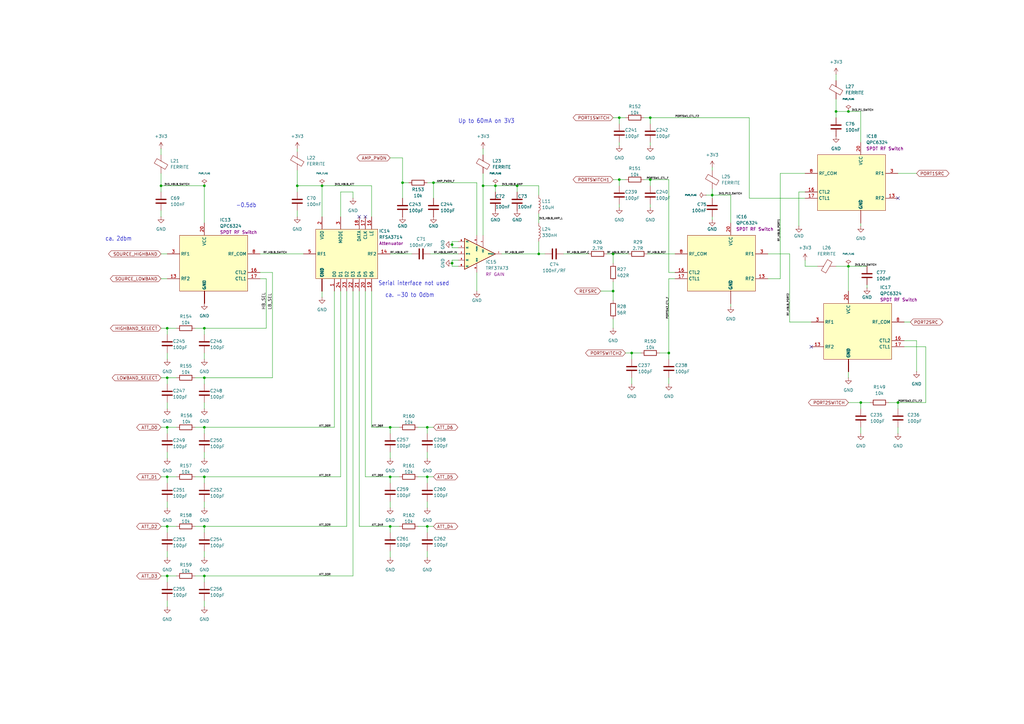
<source format=kicad_sch>
(kicad_sch (version 20231120) (generator "eeschema") (generator_version "8.0")
  (paper "A3")
  (title_block (title "Attenuator/Amplifier/Switches") (company "LibreVNA"))
  (lib_symbols
    (symbol "Device:C" (pin_numbers hide) (pin_names (offset 0.254))
      (property "Reference" "C" (at 0.635 2.54 0))
      (property "Value" "C" (at 0.635 -2.54 0))
      (symbol "C_1_1"
        (pin passive line (at 0 3.81 270) (length 2.794) (name "~") (number "1"))
        (pin passive line (at 0 -3.81 90) (length 2.794) (name "~") (number "2"))
      )
    )
    (symbol "Device:FerriteBead" (pin_numbers hide) (pin_names (offset 0))
      (property "Reference" "FB" (at -3.81 0.635 90))
      (property "Value" "FerriteBead" (at 3.81 0 90))
      (symbol "FerriteBead_1_1"
        (pin passive line (at 0 3.81 270) (length 2.54) (name "~") (number "1"))
        (pin passive line (at 0 -3.81 90) (length 2.54) (name "~") (number "2"))
      )
    )
    (symbol "Device:L" (pin_numbers hide) (pin_names (offset 1.016) hide)
      (property "Reference" "L" (at -1.27 0 90))
      (property "Value" "L" (at 1.905 0 90))
      (symbol "L_1_1"
        (pin passive line (at 0 3.81 270) (length 1.27) (name "1") (number "1"))
        (pin passive line (at 0 -3.81 90) (length 1.27) (name "2") (number "2"))
      )
    )
    (symbol "Device:R" (pin_numbers hide) (pin_names (offset 0))
      (property "Reference" "R" (at 2.032 0 90))
      (property "Value" "R" (at 0 0 90))
      (symbol "R_1_1"
        (pin passive line (at 0 3.81 270) (length 1.27) (name "~") (number "1"))
        (pin passive line (at 0 -3.81 90) (length 1.27) (name "~") (number "2"))
      )
    )
    (symbol "RF_Amplifier:TRF37A73"
      (property "Reference" "IC15" (at -10.668 10.668 0))
      (property "Value" "TRF37A73" (at -8.382 8.636 0))
      (symbol "TRF37A73_1_1"
        (pin power_in line (at 2.54 7.62 270) (length 5.08) (name "VCC") (number "1"))
        (pin input line (at -7.62 0 0) (length 2.54) (name "RFIN") (number "2"))
        (pin passive line (at -7.62 -2.54 0) (length 2.54) (name "NC") (number "3"))
        (pin passive line (at -7.62 2.54 0) (length 2.54) (name "NC") (number "4"))
        (pin passive line (at 0 7.62 270) (length 3.81) (name "PWDN") (number "5"))
        (pin passive line (at -7.62 5.08 0) (length 2.54) (name "NC") (number "6"))
        (pin output line (at 10.16 0 180) (length 2.54) (name "RFOUT") (number "7"))
        (pin passive line (at -7.62 -5.08 0) (length 2.54) (name "NC") (number "8"))
        (pin power_in line (at 0 -7.62 90) (length 3.81) (name "GND") (number "9"))
      )
    )
    (symbol "VNA:C-EU?{colon}2C0402"
      (property "Reference" "C" (at 1.524 0.381 0))
      (symbol "C-EU?{colon}2C0402_1_0"
        (pin passive line (at 0 2.54 270) (length 2.54) (name "1") (number "1"))
        (pin passive line (at 0 -5.08 90) (length 2.54) (name "2") (number "2"))
      )
    )
    (symbol "VNA:FERRITE"
      (property "Reference" "L" (at -1.4986 -3.81 90))
      (symbol "FERRITE_1_0"
        (pin passive line (at 0 5.08 270) (length 2.54) (name "1") (number "1"))
        (pin passive line (at 0 -5.08 90) (length 2.54) (name "2") (number "2"))
      )
    )
    (symbol "VNA:INDUCTOR"
      (property "Reference" "L" (at -1.4986 -3.81 90))
      (symbol "INDUCTOR_1_0"
        (pin passive line (at 0 5.08 270) (length 2.54) (name "1") (number "1"))
        (pin passive line (at 0 -5.08 90) (length 2.54) (name "2") (number "2"))
      )
    )
    (symbol "VNA:INDUCTOR0402"
      (property "Reference" "L" (at -1.4986 -3.81 90))
      (symbol "INDUCTOR0402_1_0"
        (pin passive line (at 0 5.08 270) (length 2.54) (name "1") (number "1"))
        (pin passive line (at 0 -5.08 90) (length 2.54) (name "2") (number "2"))
      )
    )
    (symbol "VNA:QPC6324"
      (property "Reference" "IC" (at -17.78 -15.24 0))
      (property "Value" "QPC6324" (at 2.54 -15.24 0))
      (symbol "QPC6324_1_0"
        (pin power_in line (at 0 -17.78 90) (length 5.08) (name "GND") (number "1"))
        (pin passive line (at 0 -17.78 90) (length 5.08) (name "GND") (number "10"))
        (pin passive line (at 0 -17.78 90) (length 5.08) (name "GND") (number "11"))
        (pin passive line (at 0 -17.78 90) (length 5.08) (name "GND") (number "12"))
        (pin bidirectional line (at 15.24 -7.62 180) (length 5.08) (name "RF2") (number "13"))
        (pin passive line (at 0 -17.78 90) (length 5.08) (name "GND") (number "14"))
        (pin passive line (at 0 -17.78 90) (length 5.08) (name "GND") (number "15"))
        (pin input line (at -22.86 -5.08 0) (length 5.08) (name "CTL2") (number "16"))
        (pin input line (at -22.86 -7.62 0) (length 5.08) (name "CTL1") (number "17"))
        (pin passive line (at 0 -17.78 90) (length 5.08) (name "GND") (number "18"))
        (pin passive line (at 0 -17.78 90) (length 5.08) (name "GND") (number "19"))
        (pin passive line (at 0 -17.78 90) (length 5.08) (name "GND") (number "2"))
        (pin power_in line (at 0 15.24 270) (length 5.08) (name "VCC") (number "20"))
        (pin passive line (at 0 -17.78 90) (length 5.08) (name "GND") (number "21"))
        (pin bidirectional line (at 15.24 2.54 180) (length 5.08) (name "RF1") (number "3"))
        (pin passive line (at 0 -17.78 90) (length 5.08) (name "GND") (number "4"))
        (pin passive line (at 0 -17.78 90) (length 5.08) (name "GND") (number "5"))
        (pin passive line (at 0 -17.78 90) (length 5.08) (name "GND") (number "6"))
        (pin passive line (at 0 -17.78 90) (length 5.08) (name "GND") (number "7"))
        (pin bidirectional line (at -22.86 2.54 0) (length 5.08) (name "RF_COM") (number "8"))
        (pin passive line (at 0 -17.78 90) (length 5.08) (name "GND") (number "9"))
      )
    )
    (symbol "VNA:R-EU_R0402"
      (property "Reference" "R" (at -3.81 1.4986 0))
      (symbol "R-EU_R0402_1_0"
        (pin passive line (at -5.08 0 0) (length 2.54) (name "1") (number "1"))
        (pin passive line (at 5.08 0 180) (length 2.54) (name "2") (number "2"))
      )
    )
    (symbol "VNA:RFSA3714"
      (property "Reference" "IC" (at 18.542 8.382 0))
      (property "Value" "RFSA3714" (at 18.542 6.35 0))
      (symbol "RFSA3714_1_0"
        (pin bidirectional line (at 0 -15.24 90) (length 5.08) (name "D0") (number "1"))
        (pin passive line (at -5.08 -15.24 90) (length 5.08) (name "GND") (number "10"))
        (pin passive line (at -5.08 -15.24 90) (length 5.08) (name "GND") (number "11"))
        (pin passive line (at -5.08 -15.24 90) (length 5.08) (name "GND") (number "12"))
        (pin passive line (at -5.08 -15.24 90) (length 5.08) (name "GND") (number "13"))
        (pin bidirectional line (at 22.86 0 180) (length 5.08) (name "RF2") (number "14"))
        (pin passive line (at -5.08 -15.24 90) (length 5.08) (name "GND") (number "15"))
        (pin input line (at 15.24 15.24 270) (length 5.08) (name "LE") (number "16"))
        (pin bidirectional line (at 12.7 15.24 270) (length 5.08) (name "CLK") (number "17"))
        (pin bidirectional line (at 10.16 15.24 270) (length 5.08) (name "DATA") (number "18"))
        (pin bidirectional line (at 15.24 -15.24 90) (length 5.08) (name "D6") (number "19"))
        (pin power_in line (at -5.08 15.24 270) (length 5.08) (name "VDD") (number "2"))
        (pin bidirectional line (at 12.7 -15.24 90) (length 5.08) (name "D5") (number "20"))
        (pin bidirectional line (at 10.16 -15.24 90) (length 5.08) (name "D4") (number "21"))
        (pin bidirectional line (at 7.62 -15.24 90) (length 5.08) (name "D3") (number "22"))
        (pin bidirectional line (at 5.08 -15.24 90) (length 5.08) (name "D2") (number "23"))
        (pin bidirectional line (at 2.54 -15.24 90) (length 5.08) (name "D1") (number "24"))
        (pin passive line (at -5.08 -15.24 90) (length 5.08) (name "GND") (number "25"))
        (pin input line (at 2.54 15.24 270) (length 5.08) (name "MODE") (number "3"))
        (pin power_in line (at -5.08 -15.24 90) (length 5.08) (name "GND") (number "4"))
        (pin bidirectional line (at -12.7 0 0) (length 5.08) (name "RF1") (number "5"))
        (pin passive line (at -5.08 -15.24 90) (length 5.08) (name "GND") (number "6"))
        (pin passive line (at -5.08 -15.24 90) (length 5.08) (name "GND") (number "7"))
        (pin passive line (at -5.08 -15.24 90) (length 5.08) (name "GND") (number "8"))
        (pin passive line (at -5.08 -15.24 90) (length 5.08) (name "GND") (number "9"))
      )
    )
    (symbol "power:GND" (power) (pin_numbers hide) (pin_names (offset 0) hide)
      (property "Value" "GND" (at 0 -3.81 0))
      (symbol "GND_1_1"
        (pin power_in line (at 0 0 270) (length 0) (name "~") (number "1"))
      )
    )
    (symbol "power:PWR_FLAG" (power) (pin_numbers hide) (pin_names (offset 0) hide)
      (property "Value" "PWR_FLAG" (at 0 3.81 0))
      (symbol "PWR_FLAG_0_0"
        (pin power_out line (at 0 0 90) (length 0) (name "~") (number "1"))
      )
    )
    (symbol "power:VCC" (power) (pin_numbers hide) (pin_names (offset 0) hide)
      (property "Value" "VCC" (at 0 3.556 0))
      (symbol "VCC_1_1"
        (pin power_in line (at 0 0 90) (length 0) (name "~") (number "1"))
      )
    )
  )
  (junction (at 132.08 76.2))
  (junction (at 68.58 215.9))
  (junction (at 251.46 119.38))
  (junction (at 368.3 165.1))
  (junction (at 175.26 195.58))
  (junction (at 220.98 104.14))
  (junction (at 347.98 45.72))
  (junction (at 83.82 76.2))
  (junction (at 68.58 154.94))
  (junction (at 342.9 45.72))
  (junction (at 185.42 100.33))
  (junction (at 254 73.66))
  (junction (at 259.08 144.78))
  (junction (at 198.12 76.2))
  (junction (at 274.32 144.78))
  (junction (at 347.98 109.22))
  (junction (at 68.58 195.58))
  (junction (at 83.82 215.9))
  (junction (at 165.1 74.93))
  (junction (at 66.04 76.2))
  (junction (at 83.82 134.62))
  (junction (at 83.82 175.26))
  (junction (at 185.42 107.95))
  (junction (at 353.06 165.1))
  (junction (at 203.2 76.2))
  (junction (at 175.26 215.9))
  (junction (at 121.92 76.2))
  (junction (at 68.58 134.62))
  (junction (at 68.58 236.22))
  (junction (at 251.46 104.14))
  (junction (at 292.1 80.01))
  (junction (at 83.82 195.58))
  (junction (at 212.09 76.2))
  (junction (at 83.82 154.94))
  (junction (at 254 48.26))
  (junction (at 177.8 74.93))
  (junction (at 160.02 175.26))
  (junction (at 266.7 73.66))
  (junction (at 160.02 215.9))
  (junction (at 83.82 236.22))
  (junction (at 175.26 175.26))
  (junction (at 68.58 175.26))
  (junction (at 266.7 48.26))
  (junction (at 160.02 195.58))
  (no_connect (at 368.3 81.28))
  (no_connect (at 149.86 88.9))
  (no_connect (at 332.74 142.24))
  (no_connect (at 147.32 88.9))
  (wire (pts (xy 175.26 175.26) (xy 175.26 177.8)) (stroke (width 0.1524)))
  (wire (pts (xy 254 50.8) (xy 254 48.26)) (stroke (width 0.1524)))
  (wire (pts (xy 83.82 215.9) (xy 142.24 215.9)) (stroke (width 0.1524)))
  (wire (pts (xy 139.7 119.38) (xy 139.7 195.58)) (stroke (width 0.1524)))
  (wire (pts (xy 149.86 195.58) (xy 160.02 195.58)) (stroke (width 0.1524)))
  (wire (pts (xy 342.9 45.72) (xy 342.9 40.64)) (stroke (width 0.1524)))
  (wire (pts (xy 83.82 236.22) (xy 80.01 236.22)) (stroke (width 0.1524)))
  (wire (pts (xy 142.24 119.38) (xy 142.24 215.9)) (stroke (width 0.1524)))
  (wire (pts (xy 68.58 154.94) (xy 72.39 154.94)) (stroke (width 0.1524)))
  (wire (pts (xy 198.12 76.2) (xy 198.12 96.52)) (stroke (width 0.1524)))
  (wire (pts (xy 132.08 121.92) (xy 132.08 119.38)) (stroke (width 0.1524)))
  (wire (pts (xy 83.82 175.26) (xy 137.16 175.26)) (stroke (width 0.1524)))
  (wire (pts (xy 106.68 111.76) (xy 111.76 111.76)) (stroke (width 0.1524)))
  (wire (pts (xy 68.58 137.16) (xy 68.58 134.62)) (stroke (width 0.1524)))
  (wire (pts (xy 259.08 144.78) (xy 262.89 144.78)) (stroke (width 0.1524)))
  (wire (pts (xy 109.22 114.3) (xy 109.22 134.62)) (stroke (width 0.1524)))
  (wire (pts (xy 251.46 119.38) (xy 251.46 115.57)) (stroke (width 0.1524)))
  (wire (pts (xy 175.26 228.6) (xy 175.26 226.06)) (stroke (width 0.1524)))
  (wire (pts (xy 251.46 104.14) (xy 251.46 107.95)) (stroke (width 0.1524)))
  (wire (pts (xy 220.98 104.14) (xy 223.52 104.14)) (stroke (width 0.1524)))
  (wire (pts (xy 292.1 68.58) (xy 292.1 69.85)) (stroke (width 0.1524)))
  (wire (pts (xy 254 58.42) (xy 254 59.69)) (stroke (width 0.1524)))
  (wire (pts (xy 299.72 80.01) (xy 299.72 91.44)) (stroke (width 0.1524)))
  (wire (pts (xy 347.98 165.1) (xy 353.06 165.1)) (stroke (width 0.1524)))
  (wire (pts (xy 373.38 132.08) (xy 370.84 132.08)) (stroke (width 0.1524)))
  (wire (pts (xy 266.7 48.26) (xy 307.34 48.26)) (stroke (width 0.1524)))
  (wire (pts (xy 175.26 215.9) (xy 175.26 218.44)) (stroke (width 0.1524)))
  (wire (pts (xy 259.08 154.94) (xy 259.08 157.48)) (stroke (width 0.1524)))
  (wire (pts (xy 68.58 114.3) (xy 66.04 114.3)) (stroke (width 0.1524)))
  (wire (pts (xy 160.02 218.44) (xy 160.02 215.9)) (stroke (width 0.1524)))
  (wire (pts (xy 160.02 195.58) (xy 163.83 195.58)) (stroke (width 0.1524)))
  (wire (pts (xy 274.32 114.3) (xy 274.32 144.78)) (stroke (width 0.1524)))
  (wire (pts (xy 160.02 226.06) (xy 160.02 228.6)) (stroke (width 0.1524)))
  (wire (pts (xy 83.82 154.94) (xy 83.82 157.48)) (stroke (width 0.1524)))
  (wire (pts (xy 83.82 208.28) (xy 83.82 205.74)) (stroke (width 0.1524)))
  (wire (pts (xy 68.58 205.74) (xy 68.58 208.28)) (stroke (width 0.1524)))
  (wire (pts (xy 68.58 215.9) (xy 72.39 215.9)) (stroke (width 0.1524)))
  (wire (pts (xy 251.46 104.14) (xy 257.81 104.14)) (stroke (width 0.1524)))
  (wire (pts (xy 203.2 78.74) (xy 203.2 76.2)) (stroke (width 0.1524)))
  (wire (pts (xy 83.82 236.22) (xy 144.78 236.22)) (stroke (width 0.1524)))
  (wire (pts (xy 266.7 83.82) (xy 266.7 85.09)) (stroke (width 0.1524)))
  (wire (pts (xy 160.02 205.74) (xy 160.02 208.28)) (stroke (width 0.1524)))
  (wire (pts (xy 347.98 152.4) (xy 347.98 154.94)) (stroke (width 0.1524)))
  (wire (pts (xy 342.9 45.72) (xy 342.9 48.26)) (stroke (width 0.1524)))
  (wire (pts (xy 320.04 114.3) (xy 320.04 71.12)) (stroke (width 0.1524)))
  (wire (pts (xy 251.46 119.38) (xy 246.38 119.38)) (stroke (width 0.1524)))
  (wire (pts (xy 160.02 104.14) (xy 168.91 104.14)) (stroke (width 0.1524)))
  (wire (pts (xy 198.12 76.2) (xy 198.12 71.12)) (stroke (width 0.1524)))
  (wire (pts (xy 364.49 165.1) (xy 368.3 165.1)) (stroke (width 0.1524)))
  (wire (pts (xy 327.66 78.74) (xy 327.66 92.71)) (stroke (width 0.1524)))
  (wire (pts (xy 137.16 119.38) (xy 137.16 175.26)) (stroke (width 0.1524)))
  (wire (pts (xy 323.85 132.08) (xy 332.74 132.08)) (stroke (width 0.1524)))
  (wire (pts (xy 347.98 109.22) (xy 347.98 119.38)) (stroke (width 0.1524)))
  (wire (pts (xy 353.06 175.26) (xy 353.06 177.8)) (stroke (width 0.1524)))
  (wire (pts (xy 83.82 215.9) (xy 80.01 215.9)) (stroke (width 0.1524)))
  (wire (pts (xy 175.26 195.58) (xy 175.26 198.12)) (stroke (width 0.1524)))
  (wire (pts (xy 83.82 175.26) (xy 80.01 175.26)) (stroke (width 0.1524)))
  (wire (pts (xy 132.08 76.2) (xy 132.08 88.9)) (stroke (width 0.1524)))
  (wire (pts (xy 347.98 45.72) (xy 353.06 45.72)) (stroke (width 0.1524)))
  (wire (pts (xy 83.82 134.62) (xy 80.01 134.62)) (stroke (width 0.1524)))
  (wire (pts (xy 121.92 69.85) (xy 121.92 76.2)) (stroke (width 0.1524)))
  (wire (pts (xy 375.92 139.7) (xy 375.92 152.4)) (stroke (width 0.1524)))
  (wire (pts (xy 160.02 215.9) (xy 163.83 215.9)) (stroke (width 0.1524)))
  (wire (pts (xy 66.04 76.2) (xy 66.04 78.74)) (stroke (width 0.1524)))
  (wire (pts (xy 165.1 81.28) (xy 165.1 74.93)) (stroke (width 0.1524)))
  (wire (pts (xy 147.32 215.9) (xy 160.02 215.9)) (stroke (width 0.1524)))
  (wire (pts (xy 266.7 73.66) (xy 264.16 73.66)) (stroke (width 0.1524)))
  (wire (pts (xy 152.4 119.38) (xy 152.4 175.26)) (stroke (width 0.1524)))
  (wire (pts (xy 177.8 175.26) (xy 175.26 175.26)) (stroke (width 0.1524)))
  (wire (pts (xy 68.58 104.14) (xy 66.04 104.14)) (stroke (width 0.1524)))
  (wire (pts (xy 68.58 236.22) (xy 72.39 236.22)) (stroke (width 0.1524)))
  (wire (pts (xy 177.8 74.93) (xy 195.58 74.93)) (stroke (width 0.1524)))
  (wire (pts (xy 106.68 104.14) (xy 124.46 104.14)) (stroke (width 0.1524)))
  (wire (pts (xy 144.78 78.74) (xy 139.7 78.74)) (stroke (width 0.1524)))
  (wire (pts (xy 176.53 104.14) (xy 187.96 104.14)) (stroke (width 0.1524)))
  (wire (pts (xy 265.43 104.14) (xy 276.86 104.14)) (stroke (width 0.1524)))
  (wire (pts (xy 111.76 111.76) (xy 111.76 154.94)) (stroke (width 0.1524)))
  (wire (pts (xy 160.02 198.12) (xy 160.02 195.58)) (stroke (width 0.1524)))
  (wire (pts (xy 83.82 167.64) (xy 83.82 165.1)) (stroke (width 0.1524)))
  (wire (pts (xy 292.1 80.01) (xy 299.72 80.01)) (stroke (width 0.1524)))
  (wire (pts (xy 274.32 144.78) (xy 270.51 144.78)) (stroke (width 0.1524)))
  (wire (pts (xy 379.73 165.1) (xy 379.73 142.24)) (stroke (width 0.1524)))
  (wire (pts (xy 68.58 175.26) (xy 72.39 175.26)) (stroke (width 0.1524)))
  (wire (pts (xy 248.92 104.14) (xy 251.46 104.14)) (stroke (width 0.1524)))
  (wire (pts (xy 299.72 125.73) (xy 299.72 124.46)))
  (wire (pts (xy 175.26 187.96) (xy 175.26 185.42)) (stroke (width 0.1524)))
  (wire (pts (xy 185.42 109.22) (xy 187.96 109.22)))
  (wire (pts (xy 68.58 236.22) (xy 66.04 236.22)) (stroke (width 0.1524)))
  (wire (pts (xy 83.82 236.22) (xy 83.82 238.76)) (stroke (width 0.1524)))
  (wire (pts (xy 276.86 114.3) (xy 274.32 114.3)) (stroke (width 0.1524)))
  (wire (pts (xy 66.04 88.9) (xy 66.04 86.36)) (stroke (width 0.1524)))
  (wire (pts (xy 330.2 109.22) (xy 330.2 106.68)) (stroke (width 0.1524)))
  (wire (pts (xy 83.82 154.94) (xy 80.01 154.94)) (stroke (width 0.1524)))
  (wire (pts (xy 220.98 76.2) (xy 220.98 80.01)) (stroke (width 0.1524)))
  (wire (pts (xy 254 76.2) (xy 254 73.66)) (stroke (width 0.1524)))
  (wire (pts (xy 83.82 195.58) (xy 83.82 198.12)) (stroke (width 0.1524)))
  (wire (pts (xy 152.4 175.26) (xy 160.02 175.26)) (stroke (width 0.1524)))
  (wire (pts (xy 185.42 107.95) (xy 185.42 109.22)))
  (wire (pts (xy 292.1 88.9) (xy 292.1 90.17)))
  (wire (pts (xy 83.82 248.92) (xy 83.82 246.38)) (stroke (width 0.1524)))
  (wire (pts (xy 251.46 134.62) (xy 251.46 130.81)) (stroke (width 0.1524)))
  (wire (pts (xy 187.96 99.06) (xy 185.42 99.06)))
  (wire (pts (xy 68.58 175.26) (xy 66.04 175.26)) (stroke (width 0.1524)))
  (wire (pts (xy 139.7 78.74) (xy 139.7 88.9)) (stroke (width 0.1524)))
  (wire (pts (xy 254 48.26) (xy 251.46 48.26)) (stroke (width 0.1524)))
  (wire (pts (xy 175.26 215.9) (xy 171.45 215.9)) (stroke (width 0.1524)))
  (wire (pts (xy 356.87 165.1) (xy 353.06 165.1)) (stroke (width 0.1524)))
  (wire (pts (xy 274.32 144.78) (xy 274.32 147.32)) (stroke (width 0.1524)))
  (wire (pts (xy 109.22 134.62) (xy 83.82 134.62)) (stroke (width 0.1524)))
  (wire (pts (xy 220.98 99.06) (xy 220.98 104.14)) (stroke (width 0.1524)))
  (wire (pts (xy 203.2 76.2) (xy 198.12 76.2)) (stroke (width 0.1524)))
  (wire (pts (xy 266.7 59.69) (xy 266.7 58.42)) (stroke (width 0.1524)))
  (wire (pts (xy 259.08 144.78) (xy 256.54 144.78)) (stroke (width 0.1524)))
  (wire (pts (xy 165.1 74.93) (xy 167.64 74.93)) (stroke (width 0.1524)))
  (wire (pts (xy 254 73.66) (xy 256.54 73.66)) (stroke (width 0.1524)))
  (wire (pts (xy 83.82 228.6) (xy 83.82 226.06)) (stroke (width 0.1524)))
  (wire (pts (xy 68.58 144.78) (xy 68.58 147.32)) (stroke (width 0.1524)))
  (wire (pts (xy 368.3 177.8) (xy 368.3 175.26)) (stroke (width 0.1524)))
  (wire (pts (xy 195.58 74.93) (xy 195.58 96.52)) (stroke (width 0.1524)))
  (wire (pts (xy 212.09 78.74) (xy 212.09 76.2)) (stroke (width 0.1524)))
  (wire (pts (xy 347.98 109.22) (xy 355.6 109.22)) (stroke (width 0.1524)))
  (wire (pts (xy 205.74 104.14) (xy 220.98 104.14)) (stroke (width 0.1524)))
  (wire (pts (xy 353.06 92.71) (xy 353.06 91.44)))
  (wire (pts (xy 68.58 195.58) (xy 72.39 195.58)) (stroke (width 0.1524)))
  (wire (pts (xy 83.82 215.9) (xy 83.82 218.44)) (stroke (width 0.1524)))
  (wire (pts (xy 276.86 111.76) (xy 274.32 111.76)) (stroke (width 0.1524)))
  (wire (pts (xy 152.4 76.2) (xy 152.4 88.9)) (stroke (width 0.1524)))
  (wire (pts (xy 185.42 99.06) (xy 185.42 100.33)))
  (wire (pts (xy 121.92 76.2) (xy 132.08 76.2)) (stroke (width 0.1524)))
  (wire (pts (xy 342.9 30.48) (xy 342.9 33.02)) (stroke (width 0.1524)))
  (wire (pts (xy 68.58 246.38) (xy 68.58 248.92)) (stroke (width 0.1524)))
  (wire (pts (xy 335.28 109.22) (xy 330.2 109.22)) (stroke (width 0.1524)))
  (wire (pts (xy 68.58 215.9) (xy 66.04 215.9)) (stroke (width 0.1524)))
  (wire (pts (xy 220.98 88.9) (xy 220.98 91.44)) (stroke (width 0.1524)))
  (wire (pts (xy 195.58 111.76) (xy 195.58 119.38)) (stroke (width 0.1524)))
  (wire (pts (xy 254 48.26) (xy 256.54 48.26)) (stroke (width 0.1524)))
  (wire (pts (xy 66.04 76.2) (xy 83.82 76.2)) (stroke (width 0.1524)))
  (wire (pts (xy 66.04 60.96) (xy 66.04 63.5)) (stroke (width 0.1524)))
  (wire (pts (xy 292.1 77.47) (xy 292.1 80.01)))
  (wire (pts (xy 187.96 106.68) (xy 185.42 106.68)))
  (wire (pts (xy 68.58 226.06) (xy 68.58 228.6)) (stroke (width 0.1524)))
  (wire (pts (xy 68.58 154.94) (xy 66.04 154.94)) (stroke (width 0.1524)))
  (wire (pts (xy 147.32 119.38) (xy 147.32 215.9)) (stroke (width 0.1524)))
  (wire (pts (xy 66.04 71.12) (xy 66.04 76.2)) (stroke (width 0.1524)))
  (wire (pts (xy 353.06 45.72) (xy 353.06 58.42)) (stroke (width 0.1524)))
  (wire (pts (xy 83.82 134.62) (xy 83.82 137.16)) (stroke (width 0.1524)))
  (wire (pts (xy 149.86 119.38) (xy 149.86 195.58)) (stroke (width 0.1524)))
  (wire (pts (xy 132.08 76.2) (xy 152.4 76.2)) (stroke (width 0.1524)))
  (wire (pts (xy 68.58 165.1) (xy 68.58 167.64)) (stroke (width 0.1524)))
  (wire (pts (xy 165.1 74.93) (xy 165.1 64.77)) (stroke (width 0.1524)))
  (wire (pts (xy 231.14 104.14) (xy 241.3 104.14)) (stroke (width 0.1524)))
  (wire (pts (xy 203.2 76.2) (xy 212.09 76.2)) (stroke (width 0.1524)))
  (wire (pts (xy 160.02 185.42) (xy 160.02 187.96)) (stroke (width 0.1524)))
  (wire (pts (xy 259.08 147.32) (xy 259.08 144.78)) (stroke (width 0.1524)))
  (wire (pts (xy 375.92 71.12) (xy 368.3 71.12)) (stroke (width 0.1524)))
  (wire (pts (xy 251.46 73.66) (xy 254 73.66)) (stroke (width 0.1524)))
  (wire (pts (xy 266.7 73.66) (xy 274.32 73.66)) (stroke (width 0.1524)))
  (wire (pts (xy 175.26 195.58) (xy 171.45 195.58)) (stroke (width 0.1524)))
  (wire (pts (xy 368.3 165.1) (xy 368.3 167.64)) (stroke (width 0.1524)))
  (wire (pts (xy 68.58 157.48) (xy 68.58 154.94)) (stroke (width 0.1524)))
  (wire (pts (xy 185.42 100.33) (xy 185.42 101.6)))
  (wire (pts (xy 83.82 187.96) (xy 83.82 185.42)) (stroke (width 0.1524)))
  (wire (pts (xy 220.98 76.2) (xy 212.09 76.2)) (stroke (width 0.1524)))
  (wire (pts (xy 355.6 116.84) (xy 355.6 118.11)))
  (wire (pts (xy 370.84 142.24) (xy 379.73 142.24)) (stroke (width 0.1524)))
  (wire (pts (xy 307.34 48.26) (xy 307.34 81.28)) (stroke (width 0.1524)))
  (wire (pts (xy 330.2 78.74) (xy 327.66 78.74)) (stroke (width 0.1524)))
  (wire (pts (xy 289.56 80.01) (xy 292.1 80.01)))
  (wire (pts (xy 83.82 76.2) (xy 83.82 91.44)) (stroke (width 0.1524)))
  (wire (pts (xy 323.85 132.08) (xy 323.85 104.14)) (stroke (width 0.1524)))
  (wire (pts (xy 370.84 139.7) (xy 375.92 139.7)) (stroke (width 0.1524)))
  (wire (pts (xy 83.82 195.58) (xy 80.01 195.58)) (stroke (width 0.1524)))
  (wire (pts (xy 121.92 88.9) (xy 121.92 86.36)) (stroke (width 0.1524)))
  (wire (pts (xy 175.26 74.93) (xy 177.8 74.93)) (stroke (width 0.1524)))
  (wire (pts (xy 292.1 81.28) (xy 292.1 80.01)))
  (wire (pts (xy 198.12 60.96) (xy 198.12 63.5)) (stroke (width 0.1524)))
  (wire (pts (xy 274.32 73.66) (xy 274.32 111.76)) (stroke (width 0.1524)))
  (wire (pts (xy 353.06 165.1) (xy 353.06 167.64)) (stroke (width 0.1524)))
  (wire (pts (xy 68.58 195.58) (xy 66.04 195.58)) (stroke (width 0.1524)))
  (wire (pts (xy 254 83.82) (xy 254 85.09)) (stroke (width 0.1524)))
  (wire (pts (xy 342.9 45.72) (xy 347.98 45.72)) (stroke (width 0.1524)))
  (wire (pts (xy 83.82 147.32) (xy 83.82 144.78)) (stroke (width 0.1524)))
  (wire (pts (xy 185.42 106.68) (xy 185.42 107.95)))
  (wire (pts (xy 160.02 175.26) (xy 163.83 175.26)) (stroke (width 0.1524)))
  (wire (pts (xy 121.92 76.2) (xy 121.92 78.74)) (stroke (width 0.1524)))
  (wire (pts (xy 144.78 81.28) (xy 144.78 78.74)) (stroke (width 0.1524)))
  (wire (pts (xy 144.78 119.38) (xy 144.78 236.22)) (stroke (width 0.1524)))
  (wire (pts (xy 266.7 48.26) (xy 266.7 50.8)) (stroke (width 0.1524)))
  (wire (pts (xy 266.7 48.26) (xy 264.16 48.26)) (stroke (width 0.1524)))
  (wire (pts (xy 323.85 104.14) (xy 314.96 104.14)) (stroke (width 0.1524)))
  (wire (pts (xy 330.2 81.28) (xy 307.34 81.28)) (stroke (width 0.1524)))
  (wire (pts (xy 175.26 208.28) (xy 175.26 205.74)) (stroke (width 0.1524)))
  (wire (pts (xy 68.58 238.76) (xy 68.58 236.22)) (stroke (width 0.1524)))
  (wire (pts (xy 68.58 134.62) (xy 66.04 134.62)) (stroke (width 0.1524)))
  (wire (pts (xy 68.58 198.12) (xy 68.58 195.58)) (stroke (width 0.1524)))
  (wire (pts (xy 175.26 195.58) (xy 177.8 195.58)) (stroke (width 0.1524)))
  (wire (pts (xy 68.58 134.62) (xy 72.39 134.62)) (stroke (width 0.1524)))
  (wire (pts (xy 220.98 88.9) (xy 220.98 87.63)))
  (wire (pts (xy 185.42 101.6) (xy 187.96 101.6)))
  (wire (pts (xy 160.02 177.8) (xy 160.02 175.26)) (stroke (width 0.1524)))
  (wire (pts (xy 320.04 71.12) (xy 330.2 71.12)) (stroke (width 0.1524)))
  (wire (pts (xy 165.1 64.77) (xy 160.02 64.77)) (stroke (width 0.1524)))
  (wire (pts (xy 83.82 175.26) (xy 83.82 177.8)) (stroke (width 0.1524)))
  (wire (pts (xy 111.76 154.94) (xy 83.82 154.94)) (stroke (width 0.1524)))
  (wire (pts (xy 379.73 165.1) (xy 368.3 165.1)) (stroke (width 0.1524)))
  (wire (pts (xy 68.58 218.44) (xy 68.58 215.9)) (stroke (width 0.1524)))
  (wire (pts (xy 83.82 195.58) (xy 139.7 195.58)) (stroke (width 0.1524)))
  (wire (pts (xy 314.96 114.3) (xy 320.04 114.3)) (stroke (width 0.1524)))
  (wire (pts (xy 68.58 177.8) (xy 68.58 175.26)) (stroke (width 0.1524)))
  (wire (pts (xy 68.58 185.42) (xy 68.58 187.96)) (stroke (width 0.1524)))
  (wire (pts (xy 266.7 73.66) (xy 266.7 76.2)) (stroke (width 0.1524)))
  (wire (pts (xy 251.46 123.19) (xy 251.46 119.38)) (stroke (width 0.1524)))
  (wire (pts (xy 342.9 109.22) (xy 347.98 109.22)) (stroke (width 0.1524)))
  (wire (pts (xy 177.8 74.93) (xy 177.8 81.28)) (stroke (width 0.1524)))
  (wire (pts (xy 121.92 60.96) (xy 121.92 62.23)) (stroke (width 0.1524)))
  (wire (pts (xy 175.26 215.9) (xy 177.8 215.9)) (stroke (width 0.1524)))
  (wire (pts (xy 106.68 114.3) (xy 109.22 114.3)) (stroke (width 0.1524)))
  (wire (pts (xy 175.26 175.26) (xy 171.45 175.26)) (stroke (width 0.1524)))
  (wire (pts (xy 274.32 157.48) (xy 274.32 154.94)) (stroke (width 0.1524)))
  (text "ca. 2dbm" (at 43.18 99.06 0) (effects (font (size 1.778 1.5113)) (justify left bottom)))
  (text "-0.5db" (at 96.774 85.344 0) (effects (font (size 1.778 1.5113)) (justify left bottom)))
  (text "Up to 60mA on 3V3" (at 187.96 50.8 0) (effects (font (size 1.778 1.5113)) (justify left bottom)))
  (text "ca. -30 to 0dbm" (at 157.988 122.174 0) (effects (font (size 1.778 1.5113)) (justify left bottom)))
  (text "Serial interface not used" (at 155.194 117.348 0) (effects (font (size 1.778 1.5113)) (justify left bottom)))
  (label "RF_HBLB_REF" (at 265.43 104.14 0) (effects (font (size 0.762 0.762))))
  (label "PORTSW2_CTL_F2" (at 368.3 165.1 0) (effects (font (size 0.762 0.762))))
  (label "PORTSW1_CTL_F2" (at 276.86 48.26 0) (effects (font (size 0.762 0.762))))
  (label "RF_HBLB_SWITCH" (at 107.95 104.14 0) (effects (font (size 0.762 0.762))))
  (label "PORTSW1_CTL_F" (at 274.32 73.66 180) (effects (font (size 0.762 0.762))))
  (label "3V3_HBLB_ATT" (at 137.16 76.2 0) (effects (font (size 0.762 0.762))))
  (label "ATT_D2R" (at 130.81 215.9 0) (effects (font (size 0.762 0.762))))
  (label "ATT_D6R" (at 152.4 175.26 0) (effects (font (size 0.762 0.762))))
  (label "ATT_D0R" (at 130.81 175.26 0) (effects (font (size 0.762 0.762))))
  (label "ATT_D3R" (at 130.81 236.22 0) (effects (font (size 0.762 0.762))))
  (label "RF_HBLB_PORT1" (at 320.04 99.06 90) (effects (font (size 0.762 0.762))))
  (label "3V3_P2_SWITCH" (at 350.52 109.22 0) (effects (font (size 0.762 0.762))))
  (label "3V3_P12_SWITCH" (at 294.64 80.01 0) (effects (font (size 0.762 0.762))))
  (label "RF_HBLB_REF_R" (at 248.92 104.14 0) (effects (font (size 0.762 0.762))))
  (label "RF_HBLB_ATT" (at 160.02 104.14 0) (effects (font (size 0.762 0.762))))
  (label "RF_HBLB_PORT2" (at 323.85 129.54 90) (effects (font (size 0.762 0.762))))
  (label "PORTSW2_CTL_F" (at 274.32 130.81 90) (effects (font (size 0.762 0.762))))
  (label "3V3_P1_SWITCH" (at 349.25 45.72 0) (effects (font (size 0.762 0.762))))
  (label "AMP_PWDN_F" (at 179.07 74.93 0) (effects (font (size 0.762 0.762))))
  (label "HB_SEL" (at 109.22 127 90))
  (label "RF_HBLB_AMP_C" (at 232.41 104.14 0) (effects (font (size 0.762 0.762))))
  (label "ATT_D1R" (at 130.81 195.58 0) (effects (font (size 0.762 0.762))))
  (label "RF_HBLB_AMP" (at 207.01 104.14 0) (effects (font (size 0.762 0.762))))
  (label "ATT_D5R" (at 152.4 195.58 0) (effects (font (size 0.762 0.762))))
  (label "3V3_HBLB_SWITCH" (at 67.31 76.2 0) (effects (font (size 0.762 0.762))))
  (label "LB_SEL" (at 111.76 127 90))
  (label "RF_HBLB_AMP_IN" (at 177.8 104.14 0) (effects (font (size 0.762 0.762))))
  (label "3V3_HBLB_AMP" (at 205.74 76.2 0) (effects (font (size 0.762 0.762))))
  (label "ATT_D4R" (at 152.4 215.9 0) (effects (font (size 0.762 0.762))))
  (label "3V3_HBLB_AMP_L" (at 220.98 90.17 0) (effects (font (size 0.762 0.762))))
  (global_label "PORTSWITCH1" (shape bidirectional) (at 251.46 73.66 180) (property "Intersheetrefs" "${INTERSHEET_REFS}" (at 234.4821 73.66 0) (effects (justify right))))
  (global_label "ATT_D3" (shape bidirectional) (at 66.04 236.22 180) (property "Intersheetrefs" "${INTERSHEET_REFS}" (at 55.4726 236.22 0) (effects (justify right))))
  (global_label "PORT2SRC" (shape bidirectional) (at 373.38 132.08 0) (property "Intersheetrefs" "${INTERSHEET_REFS}" (at 387.2736 132.08 0) (effects (justify left))))
  (global_label "PORT1SWITCH" (shape bidirectional) (at 251.46 48.26 180) (property "Intersheetrefs" "${INTERSHEET_REFS}" (at 234.4821 48.26 0) (effects (justify right))))
  (global_label "PORTSWITCH2" (shape bidirectional) (at 256.54 144.78 180) (property "Intersheetrefs" "${INTERSHEET_REFS}" (at 239.5621 144.78 0) (effects (justify right))))
  (global_label "ATT_D5" (shape bidirectional) (at 177.8 195.58 0) (property "Intersheetrefs" "${INTERSHEET_REFS}" (at 188.3674 195.58 0) (effects (justify left))))
  (global_label "AMP_PWDN" (shape bidirectional) (at 160.02 64.77 180) (property "Intersheetrefs" "${INTERSHEET_REFS}" (at 145.824 64.77 0) (effects (justify right))))
  (global_label "ATT_D1" (shape bidirectional) (at 66.04 195.58 180) (property "Intersheetrefs" "${INTERSHEET_REFS}" (at 55.4726 195.58 0) (effects (justify right))))
  (global_label "LOWBAND_SELECT" (shape bidirectional) (at 66.04 154.94 180) (property "Intersheetrefs" "${INTERSHEET_REFS}" (at 45.4336 154.94 0) (effects (justify right))))
  (global_label "SOURCE_HIGHBAND" (shape bidirectional) (at 66.04 104.14 180) (property "Intersheetrefs" "${INTERSHEET_REFS}" (at 43.9215 104.14 0) (effects (justify right))))
  (global_label "SOURCE_LOWBAND" (shape bidirectional) (at 66.04 114.3 180) (property "Intersheetrefs" "${INTERSHEET_REFS}" (at 44.6473 114.3 0) (effects (justify right))))
  (global_label "ATT_D2" (shape bidirectional) (at 66.04 215.9 180) (property "Intersheetrefs" "${INTERSHEET_REFS}" (at 55.4726 215.9 0) (effects (justify right))))
  (global_label "PORT2SWITCH" (shape bidirectional) (at 347.98 165.1 180) (property "Intersheetrefs" "${INTERSHEET_REFS}" (at 331.0021 165.1 0) (effects (justify right))))
  (global_label "ATT_D0" (shape bidirectional) (at 66.04 175.26 180) (property "Intersheetrefs" "${INTERSHEET_REFS}" (at 55.4726 175.26 0) (effects (justify right))))
  (global_label "HIGHBAND_SELECT" (shape bidirectional) (at 66.04 134.62 180) (property "Intersheetrefs" "${INTERSHEET_REFS}" (at 44.7078 134.62 0) (effects (justify right))))
  (global_label "REFSRC" (shape bidirectional) (at 246.38 119.38 180) (property "Intersheetrefs" "${INTERSHEET_REFS}" (at 235.0264 119.38 0) (effects (justify right))))
  (global_label "PORT1SRC" (shape bidirectional) (at 375.92 71.12 0) (property "Intersheetrefs" "${INTERSHEET_REFS}" (at 389.8136 71.12 0) (effects (justify left))))
  (global_label "ATT_D4" (shape bidirectional) (at 177.8 215.9 0) (property "Intersheetrefs" "${INTERSHEET_REFS}" (at 188.3674 215.9 0) (effects (justify left))))
  (global_label "ATT_D6" (shape bidirectional) (at 177.8 175.26 0) (property "Intersheetrefs" "${INTERSHEET_REFS}" (at 188.3674 175.26 0) (effects (justify left))))
  (symbol (lib_id "power:GND") (at 212.09 86.36 0) (unit 1)
    (property "Reference" "#GND0246" (effects (hide yes)))
    (property "Value" "GND" (at 212.09 90.17 0))
    (property "Description" "Power symbol creates a global label with name \"GND\" , ground" (effects (hide yes)))
  )
  (symbol (lib_id "VNA:QPC6324") (at 299.72 106.68 0) (unit 1)
    (property "Reference" "IC16" (at 301.9141 88.9 0) (effects (justify left)))
    (property "Value" "QPC6324" (at 301.9141 91.44 0) (effects (justify left)))
    (property "Footprint" "Package_DFN_QFN:QFN-20-1EP_4x4mm_P0.5mm_EP2.5x2.5mm" (effects (hide yes)))
    (property "MPN" "QPC6324SR" (effects (hide yes)))
    (property "Comment" "SPDT RF Switch" (at 301.9141 93.98 0) (effects (justify left)))
  )
  (symbol (lib_id "power:GND") (at 160.02 228.6 0) (unit 1)
    (property "Reference" "#GND0263" (effects (hide yes)))
    (property "Value" "GND" (at 160.02 233.68 0))
    (property "Description" "Power symbol creates a global label with name \"GND\" , ground" (effects (hide yes)))
  )
  (symbol (lib_id "Device:C") (at 175.26 201.93 0) (unit 1)
    (property "Reference" "C260" (at 177.8 200.66 0) (effects (justify left)))
    (property "Value" "100pF" (at 177.8 203.2 0) (effects (justify left)))
    (property "Footprint" "Capacitor_SMD:C_0402_1005Metric" (effects (hide yes)))
    (property "Description" "Unpolarized capacitor" (effects (hide yes)))
    (property "Characteristic" "25V" (effects (hide yes)))
  )
  (symbol (lib_id "Device:C") (at 203.2 82.55 0) (unit 1)
    (property "Reference" "C72" (at 203.2 80.518 0) (effects (justify left)))
    (property "Value" "100nF" (at 203.2 84.836 0) (effects (justify left)))
    (property "Footprint" "Capacitor_SMD:C_0402_1005Metric" (effects (hide yes)))
    (property "Description" "Unpolarized capacitor" (effects (hide yes)))
  )
  (symbol (lib_id "Device:C") (at 68.58 222.25 0) (unit 1)
    (property "Reference" "C253" (at 70.866 221.234 0) (effects (justify left)))
    (property "Value" "100pF" (at 70.866 223.774 0) (effects (justify left)))
    (property "Footprint" "Capacitor_SMD:C_0402_1005Metric" (effects (hide yes)))
    (property "Description" "Unpolarized capacitor" (effects (hide yes)))
    (property "Characteristic" "25V" (effects (hide yes)))
  )
  (symbol (lib_id "Device:C") (at 160.02 201.93 0) (unit 1)
    (property "Reference" "C259" (at 162.56 200.66 0) (effects (justify left)))
    (property "Value" "100pF" (at 162.56 203.2 0) (effects (justify left)))
    (property "Footprint" "Capacitor_SMD:C_0402_1005Metric" (effects (hide yes)))
    (property "Description" "Unpolarized capacitor" (effects (hide yes)))
    (property "Characteristic" "25V" (effects (hide yes)))
  )
  (symbol (lib_id "power:GND") (at 266.7 85.09 0) (unit 1)
    (property "Reference" "#GND0243" (effects (hide yes)))
    (property "Value" "GND" (at 266.7 90.17 0))
    (property "Description" "Power symbol creates a global label with name \"GND\" , ground" (effects (hide yes)))
  )
  (symbol (lib_id "power:GND") (at 353.06 92.71 0) (mirror y) (unit 1)
    (property "Reference" "#GND0233" (effects (hide yes)))
    (property "Value" "GND" (at 353.06 97.79 0))
    (property "Description" "Power symbol creates a global label with name \"GND\" , ground" (effects (hide yes)))
  )
  (symbol (lib_id "Device:C") (at 355.6 113.03 0) (unit 1)
    (property "Reference" "C77" (at 359.41 111.7599 0) (effects (justify left)))
    (property "Value" "100nF" (at 359.41 114.2999 0) (effects (justify left)))
    (property "Footprint" "Capacitor_SMD:C_0402_1005Metric" (effects (hide yes)))
    (property "Description" "Unpolarized capacitor" (effects (hide yes)))
  )
  (symbol (lib_id "Device:C") (at 83.82 201.93 0) (unit 1)
    (property "Reference" "C252" (at 86.106 200.914 0) (effects (justify left)))
    (property "Value" "100pF" (at 86.106 203.454 0) (effects (justify left)))
    (property "Footprint" "Capacitor_SMD:C_0402_1005Metric" (effects (hide yes)))
    (property "Description" "Unpolarized capacitor" (effects (hide yes)))
    (property "Characteristic" "25V" (effects (hide yes)))
  )
  (symbol (lib_id "power:PWR_FLAG") (at 132.08 76.2 0) (unit 1)
    (property "Reference" "#FLG0122" (effects (hide yes)))
    (property "Value" "PWR_FLAG" (at 132.08 71.12 0) (effects (font (size 0.635 0.635))))
    (property "Description" "Special symbol for telling ERC where power comes from" (effects (hide yes)))
  )
  (symbol (lib_id "Device:C") (at 254 80.01 0) (unit 1)
    (property "Reference" "C239" (at 256.286 78.74 0) (effects (justify left)))
    (property "Value" "100pF" (at 256.286 81.28 0) (effects (justify left)))
    (property "Footprint" "Capacitor_SMD:C_0402_1005Metric" (effects (hide yes)))
    (property "Description" "Unpolarized capacitor" (effects (hide yes)))
    (property "Characteristic" "25V" (effects (hide yes)))
  )
  (symbol (lib_id "Device:C") (at 212.09 82.55 0) (unit 1)
    (property "Reference" "C73" (at 212.344 80.518 0) (effects (justify left)))
    (property "Value" "100nF" (at 212.344 84.836 0) (effects (justify left)))
    (property "Footprint" "Capacitor_SMD:C_0402_1005Metric" (effects (hide yes)))
    (property "Description" "Unpolarized capacitor" (effects (hide yes)))
  )
  (symbol (lib_id "power:GND") (at 121.92 88.9 0) (unit 1)
    (property "Reference" "#GND0270" (effects (hide yes)))
    (property "Value" "GND" (at 121.92 93.98 0))
    (property "Description" "Power symbol creates a global label with name \"GND\" , ground" (effects (hide yes)))
  )
  (symbol (lib_id "power:VCC") (at 292.1 68.58 0) (unit 1)
    (property "Reference" "#+3V0108" (effects (hide yes)))
    (property "Value" "+3V3" (at 292.1 63.5 0))
    (property "Description" "Power symbol creates a global label with name \"VCC\"" (effects (hide yes)))
  )
  (symbol (lib_id "Device:C") (at 68.58 201.93 0) (unit 1)
    (property "Reference" "C251" (at 70.866 200.914 0) (effects (justify left)))
    (property "Value" "100pF" (at 70.866 203.454 0) (effects (justify left)))
    (property "Footprint" "Capacitor_SMD:C_0402_1005Metric" (effects (hide yes)))
    (property "Description" "Unpolarized capacitor" (effects (hide yes)))
    (property "Characteristic" "25V" (effects (hide yes)))
  )
  (symbol (lib_id "Device:R") (at 266.7 144.78 270) (unit 1)
    (property "Reference" "R150" (at 266.7 139.954 90))
    (property "Value" "10k" (at 266.7 142.494 90))
    (property "Footprint" "Resistor_SMD:R_0402_1005Metric" (effects (hide yes)))
    (property "Description" "Resistor" (effects (hide yes)))
    (property "Characteristic" "1%" (effects (hide yes)))
  )
  (symbol (lib_id "Device:R") (at 260.35 48.26 270) (unit 1)
    (property "Reference" "R152" (at 260.35 43.688 90))
    (property "Value" "10k" (at 260.35 46.228 90))
    (property "Footprint" "Resistor_SMD:R_0402_1005Metric" (effects (hide yes)))
    (property "Description" "Resistor" (effects (hide yes)))
    (property "Characteristic" "1%" (effects (hide yes)))
  )
  (symbol (lib_id "Device:R") (at 76.2 215.9 270) (unit 1)
    (property "Reference" "R158" (at 76.2 211.328 90))
    (property "Value" "10k" (at 76.2 213.868 90))
    (property "Footprint" "Resistor_SMD:R_0402_1005Metric" (effects (hide yes)))
    (property "Description" "Resistor" (effects (hide yes)))
    (property "Characteristic" "1%" (effects (hide yes)))
  )
  (symbol (lib_id "power:VCC") (at 66.04 60.96 0) (unit 1)
    (property "Reference" "#+3V0110" (effects (hide yes)))
    (property "Value" "+3V3" (at 66.04 55.88 0))
    (property "Description" "Power symbol creates a global label with name \"VCC\"" (effects (hide yes)))
  )
  (symbol (lib_id "Device:R") (at 260.35 73.66 270) (unit 1)
    (property "Reference" "R151" (at 260.35 69.088 90))
    (property "Value" "10k" (at 260.35 71.628 90))
    (property "Footprint" "Resistor_SMD:R_0402_1005Metric" (effects (hide yes)))
    (property "Description" "Resistor" (effects (hide yes)))
    (property "Characteristic" "1%" (effects (hide yes)))
  )
  (symbol (lib_id "Device:C") (at 68.58 181.61 0) (unit 1)
    (property "Reference" "C249" (at 70.866 180.594 0) (effects (justify left)))
    (property "Value" "100pF" (at 70.866 183.134 0) (effects (justify left)))
    (property "Footprint" "Capacitor_SMD:C_0402_1005Metric" (effects (hide yes)))
    (property "Description" "Unpolarized capacitor" (effects (hide yes)))
    (property "Characteristic" "25V" (effects (hide yes)))
  )
  (symbol (lib_id "Device:C") (at 66.04 82.55 0) (unit 1)
    (property "Reference" "C69" (at 69.85 81.2799 0) (effects (justify left)))
    (property "Value" "100nF" (at 69.85 83.8199 0) (effects (justify left)))
    (property "Footprint" "Capacitor_SMD:C_0402_1005Metric" (effects (hide yes)))
    (property "Description" "Unpolarized capacitor" (effects (hide yes)))
  )
  (symbol (lib_id "Device:R") (at 76.2 134.62 270) (unit 1)
    (property "Reference" "R154" (at 76.2 129.794 90))
    (property "Value" "10k" (at 76.2 132.334 90))
    (property "Footprint" "Resistor_SMD:R_0402_1005Metric" (effects (hide yes)))
    (property "Description" "Resistor" (effects (hide yes)))
    (property "Characteristic" "1%" (effects (hide yes)))
  )
  (symbol (lib_id "Device:FerriteBead") (at 198.12 67.31 0) (unit 1)
    (property "Reference" "L23" (at 201.93 65.9891 0) (effects (justify left)))
    (property "Value" "FERRITE" (at 201.93 68.5291 0) (effects (justify left)))
    (property "Footprint" "Resistor_SMD:R_0402_1005Metric" (effects (hide yes)))
    (property "Description" "Ferrite bead" (effects (hide yes)))
    (property "MPN" "BLM15AX601SN1" (effects (hide yes)))
  )
  (symbol (lib_id "Device:C") (at 160.02 222.25 0) (unit 1)
    (property "Reference" "C261" (at 162.56 220.98 0) (effects (justify left)))
    (property "Value" "100pF" (at 162.56 223.52 0) (effects (justify left)))
    (property "Footprint" "Capacitor_SMD:C_0402_1005Metric" (effects (hide yes)))
    (property "Description" "Unpolarized capacitor" (effects (hide yes)))
    (property "Characteristic" "25V" (effects (hide yes)))
  )
  (symbol (lib_id "Device:L") (at 220.98 83.82 0) (unit 1)
    (property "Reference" "L11" (at 222.25 82.5499 0) (effects (justify left)))
    (property "Value" "10uH" (at 222.25 85.0899 0) (effects (justify left)))
    (property "Footprint" "Inductor_SMD:L_0805_2012Metric_Pad1.15x1.40mm_HandSolder" (effects (hide yes)))
    (property "Description" "Inductor" (effects (hide yes)))
  )
  (symbol (lib_id "power:GND") (at 83.82 248.92 0) (unit 1)
    (property "Reference" "#GND0255" (effects (hide yes)))
    (property "Value" "GND" (at 83.82 254 0))
    (property "Description" "Power symbol creates a global label with name \"GND\" , ground" (effects (hide yes)))
  )
  (symbol (lib_id "Device:C") (at 266.7 54.61 0) (unit 1)
    (property "Reference" "C242" (at 268.986 53.34 0) (effects (justify left)))
    (property "Value" "100pF" (at 268.986 55.88 0) (effects (justify left)))
    (property "Footprint" "Capacitor_SMD:C_0402_1005Metric" (effects (hide yes)))
    (property "Description" "Unpolarized capacitor" (effects (hide yes)))
    (property "Characteristic" "25V" (effects (hide yes)))
  )
  (symbol (lib_id "power:GND") (at 175.26 208.28 0) (unit 1)
    (property "Reference" "#GND0260" (effects (hide yes)))
    (property "Value" "GND" (at 175.26 213.36 0))
    (property "Description" "Power symbol creates a global label with name \"GND\" , ground" (effects (hide yes)))
  )
  (symbol (lib_id "RF_Amplifier:TRF37A73") (at 195.58 104.14 0) (unit 1)
    (property "Reference" "IC15" (at 199.136 107.442 0) (effects (justify left)))
    (property "Value" "TRF37A73" (at 199.136 109.982 0) (effects (justify left)))
    (property "Footprint" "Package_DFN_QFN:DFN-8-1EP_2x2mm_P0.5mm_EP0.9x1.6mm" (effects (hide yes)))
    (property "Datasheet" "http://www.ti.com/lit/ds/symlink/trf37a73.pdf" (effects (hide yes)))
    (property "Description" "6GHz, 12dB RF Gain Block, WSON-8" (effects (hide yes)))
    (property "MPN" "TRF37A73IDSGR" (effects (hide yes)))
    (property "Comment" "RF GAIN" (at 199.136 112.522 0) (effects (justify left)))
  )
  (symbol (lib_id "power:GND") (at 347.98 154.94 0) (mirror y) (unit 1)
    (property "Reference" "#GND0236" (effects (hide yes)))
    (property "Value" "GND" (at 347.98 160.02 0))
    (property "Description" "Power symbol creates a global label with name \"GND\" , ground" (effects (hide yes)))
  )
  (symbol (lib_id "Device:C") (at 353.06 171.45 0) (unit 1)
    (property "Reference" "C235" (at 356.87 170.1799 0) (effects (justify left)))
    (property "Value" "100pF" (at 356.87 172.7199 0) (effects (justify left)))
    (property "Footprint" "Capacitor_SMD:C_0402_1005Metric" (effects (hide yes)))
    (property "Description" "Unpolarized capacitor" (effects (hide yes)))
    (property "Characteristic" "25V" (effects (hide yes)))
  )
  (symbol (lib_id "VNA:QPC6324") (at 83.82 106.68 0) (mirror y) (unit 1)
    (property "Reference" "IC13" (at 90.17 90.17 0) (effects (justify right)))
    (property "Value" "QPC6324" (at 90.17 92.71 0) (effects (justify right)))
    (property "Footprint" "Package_DFN_QFN:QFN-20-1EP_4x4mm_P0.5mm_EP2.5x2.5mm" (effects (hide yes)))
    (property "MPN" "QPC6324SR" (effects (hide yes)))
    (property "Comment" "SPDT RF Switch" (at 90.17 95.25 0) (effects (justify right)))
  )
  (symbol (lib_id "power:PWR_FLAG") (at 203.2 76.2 0) (unit 1)
    (property "Reference" "#FLG0120" (effects (hide yes)))
    (property "Value" "PWR_FLAG" (at 203.2 71.12 0) (effects (font (size 0.635 0.635))))
    (property "Description" "Special symbol for telling ERC where power comes from" (effects (hide yes)))
  )
  (symbol (lib_id "power:VCC") (at 342.9 30.48 0) (unit 1)
    (property "Reference" "#+3V0107" (effects (hide yes)))
    (property "Value" "+3V3" (at 342.9 25.4 0))
    (property "Description" "Power symbol creates a global label with name \"VCC\"" (effects (hide yes)))
  )
  (symbol (lib_id "power:GND") (at 68.58 248.92 0) (unit 1)
    (property "Reference" "#GND0254" (effects (hide yes)))
    (property "Value" "GND" (at 68.58 254 0))
    (property "Description" "Power symbol creates a global label with name \"GND\" , ground" (effects (hide yes)))
  )
  (symbol (lib_id "Device:C") (at 68.58 140.97 0) (unit 1)
    (property "Reference" "C245" (at 70.866 139.954 0) (effects (justify left)))
    (property "Value" "100pF" (at 70.866 142.494 0) (effects (justify left)))
    (property "Footprint" "Capacitor_SMD:C_0402_1005Metric" (effects (hide yes)))
    (property "Description" "Unpolarized capacitor" (effects (hide yes)))
    (property "Characteristic" "25V" (effects (hide yes)))
  )
  (symbol (lib_id "Device:C") (at 83.82 161.29 0) (unit 1)
    (property "Reference" "C248" (at 86.106 160.274 0) (effects (justify left)))
    (property "Value" "100pF" (at 86.106 162.814 0) (effects (justify left)))
    (property "Footprint" "Capacitor_SMD:C_0402_1005Metric" (effects (hide yes)))
    (property "Description" "Unpolarized capacitor" (effects (hide yes)))
    (property "Characteristic" "25V" (effects (hide yes)))
  )
  (symbol (lib_id "power:GND") (at 160.02 208.28 0) (unit 1)
    (property "Reference" "#GND0259" (effects (hide yes)))
    (property "Value" "GND" (at 160.02 213.36 0))
    (property "Description" "Power symbol creates a global label with name \"GND\" , ground" (effects (hide yes)))
  )
  (symbol (lib_id "Device:R") (at 167.64 195.58 270) (unit 1)
    (property "Reference" "R161" (at 167.64 191.008 90))
    (property "Value" "10k" (at 167.64 193.548 90))
    (property "Footprint" "Resistor_SMD:R_0402_1005Metric" (effects (hide yes)))
    (property "Description" "Resistor" (effects (hide yes)))
    (property "Characteristic" "1%" (effects (hide yes)))
  )
  (symbol (lib_id "power:GND") (at 292.1 90.17 0) (unit 1)
    (property "Reference" "#GND0242" (effects (hide yes)))
    (property "Value" "GND" (at 292.1 93.98 0))
    (property "Description" "Power symbol creates a global label with name \"GND\" , ground" (effects (hide yes)))
  )
  (symbol (lib_id "Device:C") (at 172.72 104.14 90) (unit 1)
    (property "Reference" "C71" (at 172.72 98.044 90))
    (property "Value" "100nF/RF" (at 172.72 100.584 90))
    (property "Footprint" "Capacitor_SMD:C_0402_1005Metric" (effects (hide yes)))
    (property "Description" "Unpolarized capacitor" (effects (hide yes)))
    (property "Characteristic" "broadband capacitor (e.g. ATC 530L series: ATC 530104KT16T)" (effects (hide yes)))
  )
  (symbol (lib_id "power:GND") (at 185.42 100.33 270) (unit 1)
    (property "Reference" "#GND04" (effects (hide yes)))
    (property "Value" "GND" (at 181.61 100.33 0))
    (property "Description" "Power symbol creates a global label with name \"GND\" , ground" (effects (hide yes)))
  )
  (symbol (lib_id "power:VCC") (at 198.12 60.96 0) (unit 1)
    (property "Reference" "#+3V0111" (effects (hide yes)))
    (property "Value" "+3V3" (at 198.12 55.88 0))
    (property "Description" "Power symbol creates a global label with name \"VCC\"" (effects (hide yes)))
  )
  (symbol (lib_id "Device:R") (at 171.45 74.93 270) (unit 1)
    (property "Reference" "R153" (at 171.45 77.724 90))
    (property "Value" "10k" (at 171.45 80.264 90))
    (property "Footprint" "Resistor_SMD:R_0402_1005Metric" (effects (hide yes)))
    (property "Description" "Resistor" (effects (hide yes)))
    (property "Characteristic" "1%" (effects (hide yes)))
  )
  (symbol (lib_id "power:GND") (at 144.78 81.28 0) (unit 1)
    (property "Reference" "#GND0272" (effects (hide yes)))
    (property "Value" "GND" (at 144.78 86.36 0))
    (property "Description" "Power symbol creates a global label with name \"GND\" , ground" (effects (hide yes)))
  )
  (symbol (lib_id "Device:R") (at 167.64 175.26 270) (unit 1)
    (property "Reference" "R160" (at 167.64 170.688 90))
    (property "Value" "10k" (at 167.64 173.228 90))
    (property "Footprint" "Resistor_SMD:R_0402_1005Metric" (effects (hide yes)))
    (property "Description" "Resistor" (effects (hide yes)))
    (property "Characteristic" "1%" (effects (hide yes)))
  )
  (symbol (lib_id "Device:FerriteBead") (at 66.04 67.31 0) (unit 1)
    (property "Reference" "L21" (at 69.85 65.9891 0) (effects (justify left)))
    (property "Value" "FERRITE" (at 69.85 68.5291 0) (effects (justify left)))
    (property "Footprint" "Resistor_SMD:R_0402_1005Metric" (effects (hide yes)))
    (property "Description" "Ferrite bead" (effects (hide yes)))
    (property "MPN" "BLM15AX601SN1" (effects (hide yes)))
  )
  (symbol (lib_id "Device:C") (at 177.8 85.09 0) (unit 1)
    (property "Reference" "C244" (at 180.594 83.82 0) (effects (justify left)))
    (property "Value" "100pF" (at 180.594 86.36 0) (effects (justify left)))
    (property "Footprint" "Capacitor_SMD:C_0402_1005Metric" (effects (hide yes)))
    (property "Description" "Unpolarized capacitor" (effects (hide yes)))
    (property "Characteristic" "25V" (effects (hide yes)))
  )
  (symbol (lib_id "Device:C") (at 175.26 181.61 0) (unit 1)
    (property "Reference" "C258" (at 177.8 180.34 0) (effects (justify left)))
    (property "Value" "100pF" (at 177.8 182.88 0) (effects (justify left)))
    (property "Footprint" "Capacitor_SMD:C_0402_1005Metric" (effects (hide yes)))
    (property "Description" "Unpolarized capacitor" (effects (hide yes)))
    (property "Characteristic" "25V" (effects (hide yes)))
  )
  (symbol (lib_id "power:VCC") (at 121.92 60.96 0) (unit 1)
    (property "Reference" "#+3V0112" (effects (hide yes)))
    (property "Value" "+3V3" (at 121.92 55.88 0))
    (property "Description" "Power symbol creates a global label with name \"VCC\"" (effects (hide yes)))
  )
  (symbol (lib_id "Device:R") (at 76.2 154.94 270) (unit 1)
    (property "Reference" "R155" (at 76.2 150.114 90))
    (property "Value" "10k" (at 76.2 152.654 90))
    (property "Footprint" "Resistor_SMD:R_0402_1005Metric" (effects (hide yes)))
    (property "Description" "Resistor" (effects (hide yes)))
    (property "Characteristic" "1%" (effects (hide yes)))
  )
  (symbol (lib_id "Device:C") (at 83.82 242.57 0) (unit 1)
    (property "Reference" "C256" (at 86.106 241.554 0) (effects (justify left)))
    (property "Value" "100pF" (at 86.106 244.094 0) (effects (justify left)))
    (property "Footprint" "Capacitor_SMD:C_0402_1005Metric" (effects (hide yes)))
    (property "Description" "Unpolarized capacitor" (effects (hide yes)))
    (property "Characteristic" "25V" (effects (hide yes)))
  )
  (symbol (lib_id "Device:C") (at 83.82 181.61 0) (unit 1)
    (property "Reference" "C250" (at 86.106 180.594 0) (effects (justify left)))
    (property "Value" "100pF" (at 86.106 183.134 0) (effects (justify left)))
    (property "Footprint" "Capacitor_SMD:C_0402_1005Metric" (effects (hide yes)))
    (property "Description" "Unpolarized capacitor" (effects (hide yes)))
    (property "Characteristic" "25V" (effects (hide yes)))
  )
  (symbol (lib_id "Device:C") (at 254 54.61 0) (unit 1)
    (property "Reference" "C241" (at 256.286 53.34 0) (effects (justify left)))
    (property "Value" "100pF" (at 256.286 55.88 0) (effects (justify left)))
    (property "Footprint" "Capacitor_SMD:C_0402_1005Metric" (effects (hide yes)))
    (property "Description" "Unpolarized capacitor" (effects (hide yes)))
    (property "Characteristic" "25V" (effects (hide yes)))
  )
  (symbol (lib_id "power:GND") (at 368.3 177.8 0) (unit 1)
    (property "Reference" "#GND0237" (effects (hide yes)))
    (property "Value" "GND" (at 368.3 182.88 0))
    (property "Description" "Power symbol creates a global label with name \"GND\" , ground" (effects (hide yes)))
  )
  (symbol (lib_id "power:GND") (at 68.58 187.96 0) (unit 1)
    (property "Reference" "#GND0249" (effects (hide yes)))
    (property "Value" "GND" (at 68.58 193.04 0))
    (property "Description" "Power symbol creates a global label with name \"GND\" , ground" (effects (hide yes)))
  )
  (symbol (lib_id "Device:C") (at 121.92 82.55 0) (unit 1)
    (property "Reference" "C70" (at 125.73 81.2799 0) (effects (justify left)))
    (property "Value" "100nF" (at 125.73 83.8199 0) (effects (justify left)))
    (property "Footprint" "Capacitor_SMD:C_0402_1005Metric" (effects (hide yes)))
    (property "Description" "Unpolarized capacitor" (effects (hide yes)))
  )
  (symbol (lib_id "Device:FerriteBead") (at 339.09 109.22 90) (unit 1)
    (property "Reference" "L26" (at 339.0392 101.6 90))
    (property "Value" "FERRITE" (at 339.0392 104.14 90))
    (property "Footprint" "Resistor_SMD:R_0402_1005Metric" (effects (hide yes)))
    (property "Description" "Ferrite bead" (effects (hide yes)))
    (property "MPN" "BLM15AX601SN1" (effects (hide yes)))
  )
  (symbol (lib_id "Device:C") (at 227.33 104.14 90) (unit 1)
    (property "Reference" "C74" (at 227.33 108.458 90))
    (property "Value" "100nF/RF" (at 227.33 110.998 90))
    (property "Footprint" "Capacitor_SMD:C_0402_1005Metric" (effects (hide yes)))
    (property "Description" "Unpolarized capacitor" (effects (hide yes)))
    (property "Characteristic" "broadband capacitor (e.g. ATC 530L series: ATC 530104KT16T)" (effects (hide yes)))
  )
  (symbol (lib_id "power:GND") (at 83.82 167.64 0) (unit 1)
    (property "Reference" "#GND0248" (effects (hide yes)))
    (property "Value" "GND" (at 83.82 172.72 0))
    (property "Description" "Power symbol creates a global label with name \"GND\" , ground" (effects (hide yes)))
  )
  (symbol (lib_id "Device:C") (at 266.7 80.01 0) (unit 1)
    (property "Reference" "C240" (at 268.986 78.74 0) (effects (justify left)))
    (property "Value" "100pF" (at 268.986 81.28 0) (effects (justify left)))
    (property "Footprint" "Capacitor_SMD:C_0402_1005Metric" (effects (hide yes)))
    (property "Description" "Unpolarized capacitor" (effects (hide yes)))
    (property "Characteristic" "25V" (effects (hide yes)))
  )
  (symbol (lib_id "power:GND") (at 266.7 59.69 0) (unit 1)
    (property "Reference" "#GND0245" (effects (hide yes)))
    (property "Value" "GND" (at 266.7 64.77 0))
    (property "Description" "Power symbol creates a global label with name \"GND\" , ground" (effects (hide yes)))
  )
  (symbol (lib_id "power:GND") (at 165.1 88.9 0) (unit 1)
    (property "Reference" "#GND0269" (effects (hide yes)))
    (property "Value" "GND" (at 165.1 92.71 0))
    (property "Description" "Power symbol creates a global label with name \"GND\" , ground" (effects (hide yes)))
  )
  (symbol (lib_id "VNA:QPC6324") (at 353.06 73.66 0) (unit 1)
    (property "Reference" "IC18" (at 355.2541 55.88 0) (effects (justify left)))
    (property "Value" "QPC6324" (at 355.2541 58.42 0) (effects (justify left)))
    (property "Footprint" "Package_DFN_QFN:QFN-20-1EP_4x4mm_P0.5mm_EP2.5x2.5mm" (effects (hide yes)))
    (property "MPN" "QPC6324SR" (effects (hide yes)))
    (property "Comment" "SPDT RF Switch" (at 355.2541 60.96 0) (effects (justify left)))
  )
  (symbol (lib_id "Device:L") (at 220.98 95.25 0) (unit 1)
    (property "Reference" "L24" (at 222.25 93.9799 0) (effects (justify left)))
    (property "Value" "330nH" (at 222.25 96.5199 0) (effects (justify left)))
    (property "Footprint" "Inductor_SMD:L_0402_1005Metric" (effects (hide yes)))
    (property "Description" "Inductor" (effects (hide yes)))
    (property "MPN" "LQW15CNR33J10D" (effects (hide yes)))
  )
  (symbol (lib_id "Device:R") (at 76.2 236.22 270) (unit 1)
    (property "Reference" "R159" (at 76.2 231.648 90))
    (property "Value" "10k" (at 76.2 234.188 90))
    (property "Footprint" "Resistor_SMD:R_0402_1005Metric" (effects (hide yes)))
    (property "Description" "Resistor" (effects (hide yes)))
    (property "Characteristic" "1%" (effects (hide yes)))
  )
  (symbol (lib_id "power:PWR_FLAG") (at 83.82 76.2 0) (unit 1)
    (property "Reference" "#FLG0121" (effects (hide yes)))
    (property "Value" "PWR_FLAG" (at 83.82 71.12 0) (effects (font (size 0.635 0.635))))
    (property "Description" "Special symbol for telling ERC where power comes from" (effects (hide yes)))
  )
  (symbol (lib_id "power:GND") (at 299.72 125.73 0) (unit 1)
    (property "Reference" "#GND0239" (effects (hide yes)))
    (property "Value" "GND" (at 299.72 130.81 0))
    (property "Description" "Power symbol creates a global label with name \"GND\" , ground" (effects (hide yes)))
  )
  (symbol (lib_id "Device:R") (at 251.46 111.76 180) (unit 1)
    (property "Reference" "R27" (at 252.984 110.49 0) (effects (justify right)))
    (property "Value" "402R" (at 252.984 113.03 0) (effects (justify right)))
    (property "Footprint" "Resistor_SMD:R_0402_1005Metric" (effects (hide yes)))
    (property "Description" "Resistor" (effects (hide yes)))
    (property "Characteristic" "1%" (effects (hide yes)))
  )
  (symbol (lib_id "Device:FerriteBead") (at 121.92 66.04 0) (unit 1)
    (property "Reference" "L22" (at 125.73 64.7191 0) (effects (justify left)))
    (property "Value" "FERRITE" (at 125.73 67.2591 0) (effects (justify left)))
    (property "Footprint" "Resistor_SMD:R_0402_1005Metric" (effects (hide yes)))
    (property "Description" "Ferrite bead" (effects (hide yes)))
    (property "MPN" "BLM15AX601SN1" (effects (hide yes)))
  )
  (symbol (lib_id "power:GND") (at 203.2 86.36 0) (unit 1)
    (property "Reference" "#GND0247" (effects (hide yes)))
    (property "Value" "GND" (at 203.2 90.17 0))
    (property "Description" "Power symbol creates a global label with name \"GND\" , ground" (effects (hide yes)))
  )
  (symbol (lib_id "power:GND") (at 68.58 208.28 0) (unit 1)
    (property "Reference" "#GND0256" (effects (hide yes)))
    (property "Value" "GND" (at 68.58 213.36 0))
    (property "Description" "Power symbol creates a global label with name \"GND\" , ground" (effects (hide yes)))
  )
  (symbol (lib_id "power:GND") (at 274.32 157.48 0) (unit 1)
    (property "Reference" "#GND0241" (effects (hide yes)))
    (property "Value" "GND" (at 274.32 162.56 0))
    (property "Description" "Power symbol creates a global label with name \"GND\" , ground" (effects (hide yes)))
  )
  (symbol (lib_id "Device:C") (at 175.26 222.25 0) (unit 1)
    (property "Reference" "C262" (at 177.8 220.98 0) (effects (justify left)))
    (property "Value" "100pF" (at 177.8 223.52 0) (effects (justify left)))
    (property "Footprint" "Capacitor_SMD:C_0402_1005Metric" (effects (hide yes)))
    (property "Description" "Unpolarized capacitor" (effects (hide yes)))
    (property "Characteristic" "25V" (effects (hide yes)))
  )
  (symbol (lib_id "Device:R") (at 360.68 165.1 270) (unit 1)
    (property "Reference" "R149" (at 360.68 158.75 90))
    (property "Value" "10k" (at 360.68 161.29 90))
    (property "Footprint" "Resistor_SMD:R_0402_1005Metric" (effects (hide yes)))
    (property "Description" "Resistor" (effects (hide yes)))
    (property "Characteristic" "1%" (effects (hide yes)))
  )
  (symbol (lib_id "Device:R") (at 167.64 215.9 270) (unit 1)
    (property "Reference" "R162" (at 167.64 211.328 90))
    (property "Value" "10k" (at 167.64 213.868 90))
    (property "Footprint" "Resistor_SMD:R_0402_1005Metric" (effects (hide yes)))
    (property "Description" "Resistor" (effects (hide yes)))
    (property "Characteristic" "1%" (effects (hide yes)))
  )
  (symbol (lib_id "Device:FerriteBead") (at 292.1 73.66 180) (unit 1)
    (property "Reference" "L25" (at 295.91 72.4407 0) (effects (justify right)))
    (property "Value" "FERRITE" (at 295.91 74.9807 0) (effects (justify right)))
    (property "Footprint" "Resistor_SMD:R_0402_1005Metric" (effects (hide yes)))
    (property "Description" "Ferrite bead" (effects (hide yes)))
    (property "MPN" "BLM15AX601SN1" (effects (hide yes)))
  )
  (symbol (lib_id "power:GND") (at 83.82 187.96 0) (unit 1)
    (property "Reference" "#GND0250" (effects (hide yes)))
    (property "Value" "GND" (at 83.82 193.04 0))
    (property "Description" "Power symbol creates a global label with name \"GND\" , ground" (effects (hide yes)))
  )
  (symbol (lib_id "Device:R") (at 245.11 104.14 90) (unit 1)
    (property "Reference" "R26" (at 245.11 99.314 90))
    (property "Value" "2.7R" (at 245.11 101.854 90))
    (property "Footprint" "Resistor_SMD:R_0402_1005Metric" (effects (hide yes)))
    (property "Description" "Resistor" (effects (hide yes)))
    (property "Characteristic" "1%" (effects (hide yes)))
  )
  (symbol (lib_id "power:PWR_FLAG") (at 289.56 80.01 90) (unit 1)
    (property "Reference" "#FLG0119" (effects (hide yes)))
    (property "Value" "PWR_FLAG" (at 285.75 80.01 90) (effects (font (size 0.635 0.635)) (justify left)))
    (property "Description" "Special symbol for telling ERC where power comes from" (effects (hide yes)))
  )
  (symbol (lib_id "power:VCC") (at 330.2 106.68 0) (unit 1)
    (property "Reference" "#+3V0109" (effects (hide yes)))
    (property "Value" "+3V3" (at 330.2 101.6 0))
    (property "Description" "Power symbol creates a global label with name \"VCC\"" (effects (hide yes)))
  )
  (symbol (lib_id "Device:C") (at 160.02 181.61 0) (unit 1)
    (property "Reference" "C257" (at 162.56 180.34 0) (effects (justify left)))
    (property "Value" "100pF" (at 162.56 182.88 0) (effects (justify left)))
    (property "Footprint" "Capacitor_SMD:C_0402_1005Metric" (effects (hide yes)))
    (property "Description" "Unpolarized capacitor" (effects (hide yes)))
    (property "Characteristic" "25V" (effects (hide yes)))
  )
  (symbol (lib_id "Device:R") (at 76.2 175.26 270) (unit 1)
    (property "Reference" "R156" (at 76.454 170.434 90))
    (property "Value" "10k" (at 76.454 172.974 90))
    (property "Footprint" "Resistor_SMD:R_0402_1005Metric" (effects (hide yes)))
    (property "Description" "Resistor" (effects (hide yes)))
    (property "Characteristic" "1%" (effects (hide yes)))
  )
  (symbol (lib_id "VNA:RFSA3714") (at 137.16 104.14 0) (unit 1)
    (property "Reference" "IC14" (at 155.448 94.742 0) (effects (justify left)))
    (property "Value" "RFSA3714" (at 155.448 97.282 0) (effects (justify left)))
    (property "Footprint" "Package_DFN_QFN:QFN-24-1EP_4x4mm_P0.5mm_EP2.6x2.6mm" (effects (hide yes)))
    (property "MPN" "RFSA3714TR13" (effects (hide yes)))
    (property "Comment" "Attenuator" (at 155.448 99.822 0) (effects (justify left)))
  )
  (symbol (lib_id "Device:C") (at 165.1 85.09 0) (unit 1)
    (property "Reference" "C243" (at 167.64 83.82 0) (effects (justify left)))
    (property "Value" "100pF" (at 167.64 86.36 0) (effects (justify left)))
    (property "Footprint" "Capacitor_SMD:C_0402_1005Metric" (effects (hide yes)))
    (property "Description" "Unpolarized capacitor" (effects (hide yes)))
    (property "Characteristic" "25V" (effects (hide yes)))
  )
  (symbol (lib_id "power:GND") (at 160.02 187.96 0) (unit 1)
    (property "Reference" "#GND0258" (effects (hide yes)))
    (property "Value" "GND" (at 160.02 193.04 0))
    (property "Description" "Power symbol creates a global label with name \"GND\" , ground" (effects (hide yes)))
  )
  (symbol (lib_id "Device:C") (at 368.3 171.45 0) (unit 1)
    (property "Reference" "C236" (at 372.11 170.1799 0) (effects (justify left)))
    (property "Value" "100pF" (at 372.11 172.7199 0) (effects (justify left)))
    (property "Footprint" "Capacitor_SMD:C_0402_1005Metric" (effects (hide yes)))
    (property "Description" "Unpolarized capacitor" (effects (hide yes)))
    (property "Characteristic" "25V" (effects (hide yes)))
  )
  (symbol (lib_id "power:GND") (at 342.9 55.88 0) (unit 1)
    (property "Reference" "#GND0231" (effects (hide yes)))
    (property "Value" "GND" (at 342.9 60.96 0))
    (property "Description" "Power symbol creates a global label with name \"GND\" , ground" (effects (hide yes)))
  )
  (symbol (lib_id "power:GND") (at 254 85.09 0) (unit 1)
    (property "Reference" "#GND0229" (effects (hide yes)))
    (property "Value" "GND" (at 254 90.17 0))
    (property "Description" "Power symbol creates a global label with name \"GND\" , ground" (effects (hide yes)))
  )
  (symbol (lib_id "power:GND") (at 83.82 228.6 0) (unit 1)
    (property "Reference" "#GND0252" (effects (hide yes)))
    (property "Value" "GND" (at 83.82 233.68 0))
    (property "Description" "Power symbol creates a global label with name \"GND\" , ground" (effects (hide yes)))
  )
  (symbol (lib_id "Device:C") (at 83.82 222.25 0) (unit 1)
    (property "Reference" "C254" (at 86.106 221.234 0) (effects (justify left)))
    (property "Value" "100pF" (at 86.106 223.774 0) (effects (justify left)))
    (property "Footprint" "Capacitor_SMD:C_0402_1005Metric" (effects (hide yes)))
    (property "Description" "Unpolarized capacitor" (effects (hide yes)))
    (property "Characteristic" "25V" (effects (hide yes)))
  )
  (symbol (lib_id "power:GND") (at 132.08 121.92 0) (unit 1)
    (property "Reference" "#GND0271" (effects (hide yes)))
    (property "Value" "GND" (at 132.08 127 0))
    (property "Description" "Power symbol creates a global label with name \"GND\" , ground" (effects (hide yes)))
  )
  (symbol (lib_id "power:GND") (at 375.92 152.4 0) (mirror y) (unit 1)
    (property "Reference" "#GND0232" (effects (hide yes)))
    (property "Value" "GND" (at 375.92 157.48 0))
    (property "Description" "Power symbol creates a global label with name \"GND\" , ground" (effects (hide yes)))
  )
  (symbol (lib_id "power:GND") (at 66.04 88.9 0) (unit 1)
    (property "Reference" "#GND0264" (effects (hide yes)))
    (property "Value" "GND" (at 66.04 93.98 0))
    (property "Description" "Power symbol creates a global label with name \"GND\" , ground" (effects (hide yes)))
  )
  (symbol (lib_id "power:GND") (at 68.58 167.64 0) (unit 1)
    (property "Reference" "#GND0251" (effects (hide yes)))
    (property "Value" "GND" (at 68.58 172.72 0))
    (property "Description" "Power symbol creates a global label with name \"GND\" , ground" (effects (hide yes)))
  )
  (symbol (lib_id "power:GND") (at 251.46 134.62 0) (unit 1)
    (property "Reference" "#GND0230" (effects (hide yes)))
    (property "Value" "GND" (at 251.46 139.7 0))
    (property "Description" "Power symbol creates a global label with name \"GND\" , ground" (effects (hide yes)))
  )
  (symbol (lib_id "power:GND") (at 68.58 228.6 0) (unit 1)
    (property "Reference" "#GND0253" (effects (hide yes)))
    (property "Value" "GND" (at 68.58 233.68 0))
    (property "Description" "Power symbol creates a global label with name \"GND\" , ground" (effects (hide yes)))
  )
  (symbol (lib_id "power:GND") (at 83.82 208.28 0) (unit 1)
    (property "Reference" "#GND0257" (effects (hide yes)))
    (property "Value" "GND" (at 83.82 213.36 0))
    (property "Description" "Power symbol creates a global label with name \"GND\" , ground" (effects (hide yes)))
  )
  (symbol (lib_id "power:PWR_FLAG") (at 347.98 109.22 0) (unit 1)
    (property "Reference" "#FLG0118" (effects (hide yes)))
    (property "Value" "PWR_FLAG" (at 347.98 104.14 0) (effects (font (size 0.635 0.635))))
    (property "Description" "Special symbol for telling ERC where power comes from" (effects (hide yes)))
  )
  (symbol (lib_id "Device:C") (at 83.82 140.97 0) (unit 1)
    (property "Reference" "C246" (at 86.106 139.954 0) (effects (justify left)))
    (property "Value" "100pF" (at 86.106 142.494 0) (effects (justify left)))
    (property "Footprint" "Capacitor_SMD:C_0402_1005Metric" (effects (hide yes)))
    (property "Description" "Unpolarized capacitor" (effects (hide yes)))
    (property "Characteristic" "25V" (effects (hide yes)))
  )
  (symbol (lib_id "power:GND") (at 259.08 157.48 0) (unit 1)
    (property "Reference" "#GND0240" (effects (hide yes)))
    (property "Value" "GND" (at 259.08 162.56 0))
    (property "Description" "Power symbol creates a global label with name \"GND\" , ground" (effects (hide yes)))
  )
  (symbol (lib_id "power:GND") (at 175.26 187.96 0) (unit 1)
    (property "Reference" "#GND0262" (effects (hide yes)))
    (property "Value" "GND" (at 175.26 193.04 0))
    (property "Description" "Power symbol creates a global label with name \"GND\" , ground" (effects (hide yes)))
  )
  (symbol (lib_id "Device:C") (at 68.58 161.29 0) (unit 1)
    (property "Reference" "C247" (at 70.866 160.274 0) (effects (justify left)))
    (property "Value" "100pF" (at 70.866 162.814 0) (effects (justify left)))
    (property "Footprint" "Capacitor_SMD:C_0402_1005Metric" (effects (hide yes)))
    (property "Description" "Unpolarized capacitor" (effects (hide yes)))
    (property "Characteristic" "25V" (effects (hide yes)))
  )
  (symbol (lib_id "power:GND") (at 175.26 228.6 0) (unit 1)
    (property "Reference" "#GND0261" (effects (hide yes)))
    (property "Value" "GND" (at 175.26 233.68 0))
    (property "Description" "Power symbol creates a global label with name \"GND\" , ground" (effects (hide yes)))
  )
  (symbol (lib_id "Device:C") (at 342.9 52.07 0) (unit 1)
    (property "Reference" "C76" (at 346.71 50.7999 0) (effects (justify left)))
    (property "Value" "100nF" (at 346.71 53.3399 0) (effects (justify left)))
    (property "Footprint" "Capacitor_SMD:C_0402_1005Metric" (effects (hide yes)))
    (property "Description" "Unpolarized capacitor" (effects (hide yes)))
  )
  (symbol (lib_id "power:GND") (at 68.58 147.32 0) (unit 1)
    (property "Reference" "#GND0266" (effects (hide yes)))
    (property "Value" "GND" (at 68.58 152.4 0))
    (property "Description" "Power symbol creates a global label with name \"GND\" , ground" (effects (hide yes)))
  )
  (symbol (lib_id "Device:R") (at 261.62 104.14 90) (unit 1)
    (property "Reference" "R29" (at 261.62 99.314 90))
    (property "Value" "2.7R" (at 261.62 101.854 90))
    (property "Footprint" "Resistor_SMD:R_0402_1005Metric" (effects (hide yes)))
    (property "Description" "Resistor" (effects (hide yes)))
    (property "Characteristic" "1%" (effects (hide yes)))
  )
  (symbol (lib_id "power:GND") (at 185.42 107.95 270) (unit 1)
    (property "Reference" "#GND03" (effects (hide yes)))
    (property "Value" "GND" (at 181.61 107.95 0))
    (property "Description" "Power symbol creates a global label with name \"GND\" , ground" (effects (hide yes)))
  )
  (symbol (lib_id "power:GND") (at 353.06 177.8 0) (unit 1)
    (property "Reference" "#GND0238" (effects (hide yes)))
    (property "Value" "GND" (at 353.06 182.88 0))
    (property "Description" "Power symbol creates a global label with name \"GND\" , ground" (effects (hide yes)))
  )
  (symbol (lib_id "power:GND") (at 83.82 147.32 0) (unit 1)
    (property "Reference" "#GND0273" (effects (hide yes)))
    (property "Value" "GND" (at 83.82 152.4 0))
    (property "Description" "Power symbol creates a global label with name \"GND\" , ground" (effects (hide yes)))
  )
  (symbol (lib_id "Device:R") (at 76.2 195.58 270) (unit 1)
    (property "Reference" "R157" (at 76.2 191.008 90))
    (property "Value" "10k" (at 76.2 193.548 90))
    (property "Footprint" "Resistor_SMD:R_0402_1005Metric" (effects (hide yes)))
    (property "Description" "Resistor" (effects (hide yes)))
    (property "Characteristic" "1%" (effects (hide yes)))
  )
  (symbol (lib_id "power:GND") (at 83.82 124.46 0) (unit 1)
    (property "Reference" "#GND0265" (effects (hide yes)))
    (property "Value" "GND" (at 83.82 129.54 0))
    (property "Description" "Power symbol creates a global label with name \"GND\" , ground" (effects (hide yes)))
  )
  (symbol (lib_id "Device:C") (at 259.08 151.13 0) (unit 1)
    (property "Reference" "C237" (at 261.62 149.86 0) (effects (justify left)))
    (property "Value" "100pF" (at 261.62 152.4 0) (effects (justify left)))
    (property "Footprint" "Capacitor_SMD:C_0402_1005Metric" (effects (hide yes)))
    (property "Description" "Unpolarized capacitor" (effects (hide yes)))
    (property "Characteristic" "25V" (effects (hide yes)))
  )
  (symbol (lib_id "power:GND") (at 195.58 119.38 0) (unit 1)
    (property "Reference" "#GND0267" (effects (hide yes)))
    (property "Value" "GND" (at 195.58 123.19 0))
    (property "Description" "Power symbol creates a global label with name \"GND\" , ground" (effects (hide yes)))
  )
  (symbol (lib_id "Device:FerriteBead") (at 342.9 36.83 0) (unit 1)
    (property "Reference" "L27" (at 346.71 35.5091 0) (effects (justify left)))
    (property "Value" "FERRITE" (at 346.71 38.0491 0) (effects (justify left)))
    (property "Footprint" "Resistor_SMD:R_0402_1005Metric" (effects (hide yes)))
    (property "Description" "Ferrite bead" (effects (hide yes)))
    (property "MPN" "BLM15AX601SN1" (effects (hide yes)))
  )
  (symbol (lib_id "Device:C") (at 274.32 151.13 0) (unit 1)
    (property "Reference" "C238" (at 276.86 149.86 0) (effects (justify left)))
    (property "Value" "100pF" (at 276.86 152.4 0) (effects (justify left)))
    (property "Footprint" "Capacitor_SMD:C_0402_1005Metric" (effects (hide yes)))
    (property "Description" "Unpolarized capacitor" (effects (hide yes)))
    (property "Characteristic" "25V" (effects (hide yes)))
  )
  (symbol (lib_id "power:GND") (at 177.8 88.9 0) (unit 1)
    (property "Reference" "#GND0268" (effects (hide yes)))
    (property "Value" "GND" (at 177.8 92.71 0))
    (property "Description" "Power symbol creates a global label with name \"GND\" , ground" (effects (hide yes)))
  )
  (symbol (lib_id "power:PWR_FLAG") (at 347.98 45.72 0) (unit 1)
    (property "Reference" "#FLG0117" (effects (hide yes)))
    (property "Value" "PWR_FLAG" (at 347.98 40.64 0) (effects (font (size 0.635 0.635))))
    (property "Description" "Special symbol for telling ERC where power comes from" (effects (hide yes)))
  )
  (symbol (lib_id "power:GND") (at 327.66 92.71 0) (mirror y) (unit 1)
    (property "Reference" "#GND0235" (effects (hide yes)))
    (property "Value" "GND" (at 327.66 96.774 0))
    (property "Description" "Power symbol creates a global label with name \"GND\" , ground" (effects (hide yes)))
  )
  (symbol (lib_id "Device:C") (at 292.1 85.09 0) (unit 1)
    (property "Reference" "C75" (at 289.814 83.82 0) (effects (justify right)))
    (property "Value" "100nF" (at 289.814 86.36 0) (effects (justify right)))
    (property "Footprint" "Capacitor_SMD:C_0402_1005Metric" (effects (hide yes)))
    (property "Description" "Unpolarized capacitor" (effects (hide yes)))
  )
  (symbol (lib_id "power:GND") (at 254 59.69 0) (unit 1)
    (property "Reference" "#GND0244" (effects (hide yes)))
    (property "Value" "GND" (at 254 64.77 0))
    (property "Description" "Power symbol creates a global label with name \"GND\" , ground" (effects (hide yes)))
  )
  (symbol (lib_id "Device:C") (at 68.58 242.57 0) (unit 1)
    (property "Reference" "C255" (at 70.866 241.554 0) (effects (justify left)))
    (property "Value" "100pF" (at 70.866 244.094 0) (effects (justify left)))
    (property "Footprint" "Capacitor_SMD:C_0402_1005Metric" (effects (hide yes)))
    (property "Description" "Unpolarized capacitor" (effects (hide yes)))
    (property "Characteristic" "25V" (effects (hide yes)))
  )
  (symbol (lib_id "power:GND") (at 355.6 118.11 0) (unit 1)
    (property "Reference" "#GND0234" (effects (hide yes)))
    (property "Value" "GND" (at 355.6 121.92 0))
    (property "Description" "Power symbol creates a global label with name \"GND\" , ground" (effects (hide yes)))
  )
  (symbol (lib_id "Device:R") (at 251.46 127 180) (unit 1)
    (property "Reference" "R28" (at 252.984 125.73 0) (effects (justify right)))
    (property "Value" "56R" (at 252.984 128.27 0) (effects (justify right)))
    (property "Footprint" "Resistor_SMD:R_0402_1005Metric" (effects (hide yes)))
    (property "Description" "Resistor" (effects (hide yes)))
    (property "Characteristic" "1%" (effects (hide yes)))
  )
  (symbol (lib_id "VNA:QPC6324") (at 347.98 134.62 0) (mirror y) (unit 1)
    (property "Reference" "IC17" (at 360.934 117.856 0) (effects (justify right)))
    (property "Value" "QPC6324" (at 360.934 120.396 0) (effects (justify right)))
    (property "Footprint" "Package_DFN_QFN:QFN-20-1EP_4x4mm_P0.5mm_EP2.5x2.5mm" (effects (hide yes)))
    (property "MPN" "QPC6324SR" (effects (hide yes)))
    (property "Comment" "SPDT RF Switch" (at 360.934 122.936 0) (effects (justify right)))
  )
)
</source>
